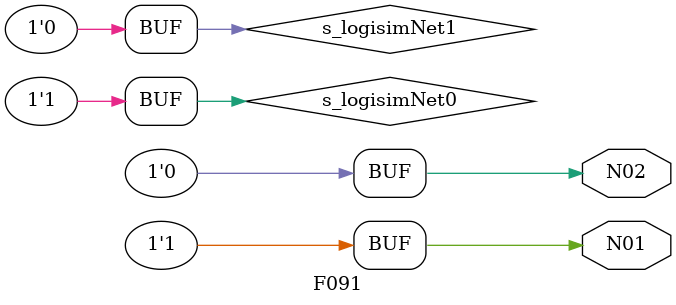
<source format=v>
/******************************************************************************
 ** Logisim-evolution goes FPGA automatic generated Verilog code             **
 ** https://github.com/logisim-evolution/                                    **
 **                                                                          **
 ** Component : F091                                                         **
 **                                                                          **
 *****************************************************************************/

module F091( N01,
             N02 );

   /*******************************************************************************
   ** The outputs are defined here                                               **
   *******************************************************************************/
   output N01;
   output N02;

   /*******************************************************************************
   ** The wires are defined here                                                 **
   *******************************************************************************/
   wire s_logisimNet0;
   wire s_logisimNet1;

   /*******************************************************************************
   ** The module functionality is described here                                 **
   *******************************************************************************/

   /*******************************************************************************
   ** Here all output connections are defined                                    **
   *******************************************************************************/
   assign N01 = s_logisimNet0;
   assign N02 = s_logisimNet1;

   /*******************************************************************************
   ** Here all in-lined components are defined                                   **
   *******************************************************************************/

   // Power
   assign  s_logisimNet0  =  1'b1;


   // Ground
   assign  s_logisimNet1  =  1'b0;


endmodule

</source>
